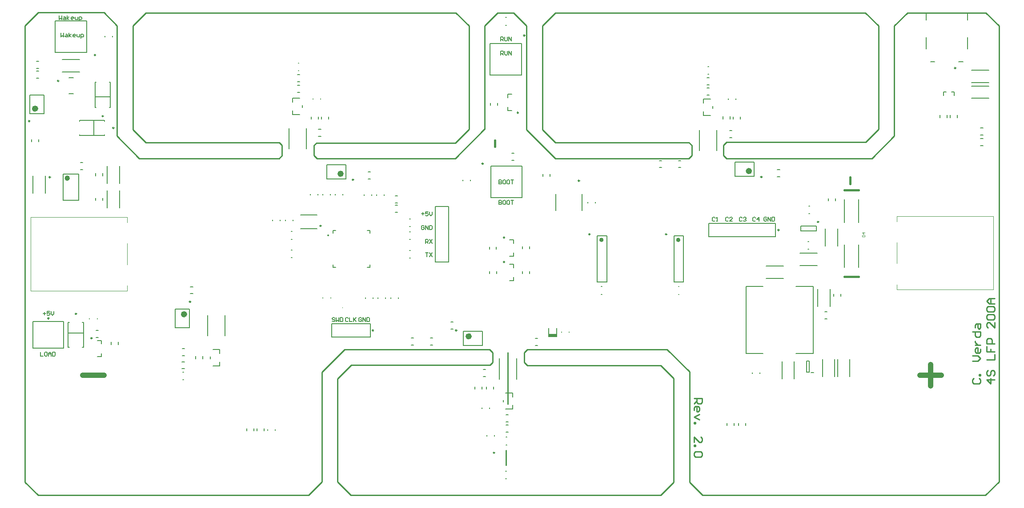
<source format=gto>
G04*
G04 #@! TF.GenerationSoftware,Altium Limited,Altium Designer,24.2.2 (26)*
G04*
G04 Layer_Color=65535*
%FSLAX25Y25*%
%MOIN*%
G70*
G04*
G04 #@! TF.SameCoordinates,E85AF581-5EDA-4222-B011-A7CF2EBE2122*
G04*
G04*
G04 #@! TF.FilePolarity,Positive*
G04*
G01*
G75*
%ADD10C,0.00984*%
%ADD11C,0.01575*%
%ADD12C,0.02362*%
%ADD13C,0.00394*%
%ADD14C,0.00787*%
%ADD15C,0.01968*%
%ADD16C,0.00500*%
%ADD17C,0.01000*%
%ADD18C,0.04000*%
%ADD19R,0.05906X0.02165*%
%ADD20C,0.00197*%
D10*
X975984Y586899D02*
G03*
X975984Y586899I-492J0D01*
G01*
Y568559D02*
G03*
X975984Y568559I-492J0D01*
G01*
X1211421Y598695D02*
G03*
X1211421Y598695I-492J0D01*
G01*
X1181786Y592560D02*
G03*
X1181786Y592560I-492J0D01*
G01*
X1039995Y589360D02*
G03*
X1039995Y589360I-492J0D01*
G01*
X940116Y517224D02*
G03*
X940116Y517224I-492J0D01*
G01*
X968437Y425444D02*
G03*
X968437Y425444I-492J0D01*
G01*
X877721Y517224D02*
G03*
X877721Y517224I-492J0D01*
G01*
X655041Y529676D02*
G03*
X655041Y529676I-492J0D01*
G01*
X634392Y526291D02*
G03*
X634392Y526291I-492J0D01*
G01*
X669306Y723920D02*
G03*
X669306Y723920I-492J0D01*
G01*
X1032092Y629566D02*
G03*
X1032092Y629566I-492J0D01*
G01*
X838399Y595747D02*
G03*
X838399Y595747I-492J0D01*
G01*
X740584Y538676D02*
G03*
X740584Y538676I-492J0D01*
G01*
X1314211Y714173D02*
G03*
X1314211Y714173I-492J0D01*
G01*
X1168892Y632334D02*
G03*
X1168892Y632334I-492J0D01*
G01*
X1097526Y589315D02*
G03*
X1097526Y589315I-492J0D01*
G01*
X959918Y642365D02*
G03*
X959918Y642365I-492J0D01*
G01*
X986250Y680586D02*
G03*
X986250Y680586I-492J0D01*
G01*
X991172Y738613D02*
G03*
X991172Y738613I-492J0D01*
G01*
X862776Y630309D02*
G03*
X862776Y630309I-492J0D01*
G01*
X635447Y632200D02*
G03*
X635447Y632200I-492J0D01*
G01*
X683099Y669200D02*
G03*
X683099Y669200I-492J0D01*
G01*
X675126Y678090D02*
G03*
X675126Y678090I-492J0D01*
G01*
X641747Y704513D02*
G03*
X641747Y704513I-492J0D01*
G01*
X619963Y674322D02*
G03*
X619963Y674322I-492J0D01*
G01*
X666702Y511397D02*
G03*
X666702Y511397I-492J0D01*
G01*
D11*
X1049345Y585187D02*
G03*
X1049345Y585187I-787J0D01*
G01*
X1106876Y585141D02*
G03*
X1106876Y585141I-787J0D01*
G01*
X1234860Y627139D02*
Y632061D01*
X1230536Y622480D02*
X1241264D01*
X1230536Y557450D02*
X1241264D01*
X968691Y655061D02*
Y659982D01*
D12*
X950155Y512736D02*
G03*
X950155Y512736I-1181J0D01*
G01*
X736784Y529326D02*
G03*
X736784Y529326I-1181J0D01*
G01*
X1160231Y636822D02*
G03*
X1160231Y636822I-1181J0D01*
G01*
X854115Y634798D02*
G03*
X854115Y634798I-1181J0D01*
G01*
X625140Y683672D02*
G03*
X625140Y683672I-1181J0D01*
G01*
D13*
X854484Y534350D02*
G03*
X854484Y533956I0J-197D01*
G01*
D02*
G03*
X854484Y534350I0J197D01*
G01*
X1270014Y567460D02*
Y583208D01*
Y547775D02*
Y551712D01*
Y547775D02*
X1342455D01*
Y602893D01*
X1270014D02*
X1342455D01*
X1270014Y598956D02*
Y602893D01*
X692975Y546986D02*
Y550923D01*
X620534Y546986D02*
X692975D01*
X620534D02*
Y602104D01*
X692975D01*
Y598167D02*
Y602104D01*
Y566671D02*
Y582419D01*
D14*
X844028Y588512D02*
G03*
X844028Y588512I-394J0D01*
G01*
X994725Y578533D02*
Y580305D01*
X989410Y578533D02*
Y580305D01*
X979772Y585128D02*
X982776D01*
Y582569D02*
Y585128D01*
X979772Y572923D02*
X982776D01*
Y575482D01*
X964494Y578139D02*
Y579911D01*
X969809Y578139D02*
Y579911D01*
X979772Y566788D02*
X982776D01*
Y564228D02*
Y566788D01*
X979772Y554583D02*
X982776D01*
Y557142D01*
X964536Y559799D02*
Y561571D01*
X969850Y559799D02*
Y561571D01*
X989410Y559799D02*
Y561571D01*
X994725Y559799D02*
Y561571D01*
X1312869Y693602D02*
Y696062D01*
X1310900D02*
X1312869D01*
X1304994Y693602D02*
Y696062D01*
X1306963D01*
X1127701Y701543D02*
X1129472D01*
X1127701Y706857D02*
X1129472D01*
X1143565Y690507D02*
Y691098D01*
X1149274Y690507D02*
Y691098D01*
X1152557Y675814D02*
Y677586D01*
X1147243Y675814D02*
Y677586D01*
X1139620Y675980D02*
Y677751D01*
X1144935Y675980D02*
Y677751D01*
X1106152Y644708D02*
X1107924D01*
X1106152Y639393D02*
X1107924D01*
X1092014Y644708D02*
X1093786D01*
X1092014Y639393D02*
X1093786D01*
X1230536Y598218D02*
Y615442D01*
X1241264Y598218D02*
Y615442D01*
Y564488D02*
Y581712D01*
X1230536Y564488D02*
Y581712D01*
X1203913Y604741D02*
X1204504D01*
X1203913Y610450D02*
X1204504D01*
X1197936Y591904D02*
X1209747D01*
X1197936Y595447D02*
X1209747D01*
X1197936Y591904D02*
Y595447D01*
X1209747Y591904D02*
Y595447D01*
X1203469Y578232D02*
X1204060D01*
X1203469Y583941D02*
X1204060D01*
X1197256Y565794D02*
X1210273D01*
X1197256Y575070D02*
X1210273D01*
X1142538Y445814D02*
Y447586D01*
X1147853Y445814D02*
Y447586D01*
X1156557Y445814D02*
Y447586D01*
X1151243Y445814D02*
Y447586D01*
X1161707Y484898D02*
Y485488D01*
X1167416Y484898D02*
Y485488D01*
X1156818Y499959D02*
Y550353D01*
X1207211Y499959D02*
Y550353D01*
X1156818Y499959D02*
X1169810D01*
X1156818Y550353D02*
X1169810D01*
X1194219Y499959D02*
X1207211D01*
X1194219Y550353D02*
X1207211D01*
X1128932Y587560D02*
X1178932D01*
X1128932D02*
Y597560D01*
X1178932D01*
Y587560D02*
Y597560D01*
X1038223Y612887D02*
Y613478D01*
X1043931Y612887D02*
Y613478D01*
X1045408Y553691D02*
X1052495D01*
X1045408Y588337D02*
X1052495D01*
Y553691D02*
Y588337D01*
X1045408Y553691D02*
Y588337D01*
X1106187Y550054D02*
X1106778D01*
X1106187Y544346D02*
X1106778D01*
X1048463Y550054D02*
X1049054D01*
X1048463Y544346D02*
X1049054D01*
X920330Y506307D02*
X922102D01*
X920330Y511622D02*
X922102D01*
X905830D02*
X907602D01*
X905830Y506307D02*
X907602D01*
X945037Y506043D02*
X959210D01*
X945037Y516673D02*
X959210D01*
Y506043D02*
Y516673D01*
X945037Y506043D02*
Y516673D01*
X1014853Y512550D02*
Y518850D01*
X1008947Y512550D02*
Y518850D01*
Y512550D02*
X1014853D01*
X1024254Y515776D02*
Y516367D01*
X1018546Y515776D02*
Y516367D01*
X971887Y480700D02*
Y496054D01*
X984887Y480700D02*
Y496054D01*
X964640Y458549D02*
Y459139D01*
X958932Y458549D02*
Y459139D01*
X959058Y473180D02*
Y474952D01*
X953743Y473180D02*
Y474952D01*
X977316Y415897D02*
Y427314D01*
X976906Y415897D02*
X977316D01*
X976906D02*
Y427314D01*
X977316D01*
X976731Y411705D02*
X977322D01*
X976731Y405997D02*
X977322D01*
X896219Y541142D02*
Y541732D01*
X890510Y541142D02*
Y541732D01*
X877313Y541142D02*
Y541732D01*
X871604Y541142D02*
Y541732D01*
X846436Y512219D02*
X875345D01*
X846436D02*
Y522228D01*
X875345D01*
Y512219D02*
Y522228D01*
X839808Y541437D02*
Y542027D01*
X845516Y541437D02*
Y542027D01*
X807706Y599586D02*
Y600176D01*
X801997Y599586D02*
Y600176D01*
X893830Y611058D02*
X895602D01*
X893830Y605743D02*
X895602D01*
X904747Y591366D02*
X905338D01*
X904747Y585657D02*
X905338D01*
X904747Y600964D02*
X905338D01*
X904747Y595255D02*
X905338D01*
X893946Y612845D02*
X895718D01*
X893946Y618160D02*
X895718D01*
X876265Y618553D02*
Y619144D01*
X870557Y618553D02*
Y619144D01*
X848898Y618849D02*
Y619439D01*
X854607Y618849D02*
Y619439D01*
X844075Y675815D02*
Y677586D01*
X838760Y675815D02*
Y677586D01*
X734763Y480046D02*
X735354D01*
X734763Y485754D02*
X735354D01*
X669603Y517306D02*
X671375D01*
X669603Y511991D02*
X671375D01*
X680872Y506629D02*
Y508401D01*
X686187Y506629D02*
Y508401D01*
X648741Y504381D02*
Y523082D01*
X659470D02*
X660356D01*
X648741D02*
X649627D01*
X660356Y504381D02*
Y523082D01*
X659470Y504381D02*
X660356D01*
X648741D02*
X649627D01*
X649037Y515109D02*
X660060D01*
X622483Y523732D02*
X645317D01*
Y503731D02*
Y523732D01*
X622483Y503731D02*
Y523732D01*
Y503731D02*
X645317D01*
X676354Y737618D02*
Y738209D01*
X682063Y737618D02*
Y738209D01*
X639089Y725889D02*
X662711D01*
X639089Y749511D02*
X662711D01*
X639089Y725889D02*
Y749511D01*
X662711Y725889D02*
Y749511D01*
X1014258Y607322D02*
Y619527D01*
X1033943Y607322D02*
Y619527D01*
X1225647Y580667D02*
Y593683D01*
X1216371Y580667D02*
Y593683D01*
X798346Y442363D02*
Y442954D01*
X804054Y442363D02*
Y442954D01*
X821220Y717754D02*
X821811D01*
X821220Y712046D02*
X821811D01*
X962532Y438039D02*
Y438629D01*
X968240Y438039D02*
Y438629D01*
X1128291Y715254D02*
X1128882D01*
X1128291Y709546D02*
X1128882D01*
X950454Y629563D02*
Y630154D01*
X944746Y629563D02*
Y630154D01*
X837875Y690789D02*
Y691379D01*
X832166Y690789D02*
Y691379D01*
X976697Y746355D02*
X977287D01*
X976697Y752064D02*
X977287D01*
X1205714Y485587D02*
X1207584D01*
X1204336Y485981D02*
Y494248D01*
X1202368D02*
X1204336D01*
X1202368Y485981D02*
Y494248D01*
Y485981D02*
X1204336D01*
X923889Y568590D02*
Y610086D01*
Y568590D02*
X933889D01*
Y610086D01*
X923889D02*
X933889D01*
X816075Y585699D02*
X816666D01*
X816075Y591408D02*
X816666D01*
X811548Y599586D02*
Y600176D01*
X817256Y599586D02*
Y600176D01*
X823143Y593582D02*
X835348D01*
X823143Y603818D02*
X835348D01*
X816128Y571886D02*
X816719D01*
X816128Y577595D02*
X816719D01*
X830197Y618849D02*
Y619439D01*
X835906Y618849D02*
Y619439D01*
X839766Y618847D02*
Y619438D01*
X845475Y618847D02*
Y619438D01*
X880026Y618552D02*
Y619142D01*
X885734Y618552D02*
Y619142D01*
X904747Y577193D02*
X905338D01*
X904747Y571484D02*
X905338D01*
X886719Y541142D02*
Y541732D01*
X881011Y541142D02*
Y541732D01*
X755357Y496043D02*
Y497421D01*
X757227Y490629D02*
X762443D01*
Y499783D02*
Y502834D01*
Y490629D02*
Y493680D01*
X757227Y502834D02*
X762443D01*
X734225Y498132D02*
X735997D01*
X734225Y503447D02*
X735997D01*
X728910Y533263D02*
X739540D01*
X728910Y519090D02*
X739540D01*
Y533263D01*
X728910Y519090D02*
Y533263D01*
X740419Y550043D02*
X742191D01*
X740419Y544728D02*
X742191D01*
X753400Y513066D02*
Y528420D01*
X766400Y513066D02*
Y528420D01*
X749557Y496043D02*
Y497814D01*
X744243Y496043D02*
Y497814D01*
X734120Y488391D02*
X735892D01*
X734120Y493706D02*
X735892D01*
X626557Y658814D02*
Y660586D01*
X621243Y658814D02*
Y660586D01*
X1322833Y728641D02*
Y737302D01*
Y750098D02*
Y755688D01*
X1292006D02*
X1322833D01*
X1292006Y728641D02*
Y737302D01*
Y750098D02*
Y755688D01*
X1295353Y718956D02*
X1298463D01*
X1316376D02*
X1319526D01*
X1193113Y481000D02*
Y494017D01*
X1183837Y481000D02*
Y494017D01*
X1171861Y556362D02*
X1184878D01*
X1171861Y565638D02*
X1184878D01*
X1219908Y535293D02*
Y548309D01*
X1210632Y535293D02*
Y548309D01*
X1215989Y531210D02*
X1217761D01*
X1215989Y525895D02*
X1217761D01*
X1222694Y542884D02*
Y544655D01*
X1228009Y542884D02*
Y544655D01*
X1234772Y482622D02*
Y495638D01*
X1225496Y482622D02*
Y495638D01*
X1223482Y482622D02*
Y495638D01*
X1214205Y482622D02*
Y495638D01*
X1302337Y676948D02*
Y678720D01*
X1307652Y676948D02*
Y678720D01*
X1310014Y676948D02*
Y678720D01*
X1315329Y676948D02*
Y678720D01*
X1223962Y614409D02*
Y616180D01*
X1218647Y614409D02*
Y616180D01*
X1332762Y655767D02*
X1334534D01*
X1332762Y661082D02*
X1334534D01*
X1332762Y669357D02*
X1334534D01*
X1332762Y664043D02*
X1334534D01*
X1326057Y691424D02*
X1339074D01*
X1326057Y700700D02*
X1339074D01*
X1326057Y703156D02*
X1339074D01*
X1326057Y712432D02*
X1339074D01*
X1148813Y643515D02*
X1162987D01*
X1148813Y632885D02*
X1162987D01*
X1148813D02*
Y643515D01*
X1162987Y632885D02*
Y643515D01*
X1144648Y662043D02*
X1146420D01*
X1144648Y667357D02*
X1146420D01*
X1125043Y678598D02*
X1130260D01*
X1125043Y687751D02*
Y690802D01*
Y678598D02*
Y681649D01*
Y690802D02*
X1130260D01*
X1132130Y684011D02*
Y685389D01*
X1127701Y694043D02*
X1129472D01*
X1127701Y699358D02*
X1129472D01*
X1122087Y652345D02*
Y667699D01*
X1135087Y652345D02*
Y667699D01*
X664806Y525739D02*
Y526330D01*
X670514Y525739D02*
Y526330D01*
X1102939Y553645D02*
X1110026D01*
X1102939Y588291D02*
X1110026D01*
Y553645D02*
Y588291D01*
X1102939Y553645D02*
Y588291D01*
X1009932Y632897D02*
Y634668D01*
X1004617Y632897D02*
Y634668D01*
X965528Y616775D02*
Y640397D01*
X989150Y616775D02*
Y640397D01*
X965528Y616775D02*
X989150D01*
X965528Y640397D02*
X989150D01*
X978475Y682358D02*
X981479D01*
X978475D02*
Y684917D01*
Y694562D02*
X981479D01*
X978475Y692003D02*
Y694562D01*
X970699Y686208D02*
Y687979D01*
X965384Y686208D02*
Y687979D01*
X965089Y732511D02*
X988711D01*
X965089Y708889D02*
X988711D01*
X965089D02*
Y732511D01*
X988711Y708889D02*
Y732511D01*
X935514Y523523D02*
X937286D01*
X935514Y518208D02*
X937286D01*
X960014Y487857D02*
X961786D01*
X960014Y482543D02*
X961786D01*
X836398Y663043D02*
X838170D01*
X836398Y668358D02*
X838170D01*
X962335Y473180D02*
Y474952D01*
X967650Y473180D02*
Y474952D01*
X976711Y470302D02*
X981928D01*
Y458098D02*
Y461149D01*
Y467251D02*
Y470302D01*
X976711Y458098D02*
X981928D01*
X974841Y463511D02*
Y464889D01*
X817086Y679275D02*
X822302D01*
X817086Y688428D02*
Y691480D01*
Y679275D02*
Y682326D01*
Y691480D02*
X822302D01*
X824172Y684688D02*
Y686066D01*
X999014Y506043D02*
X1000786D01*
X999014Y511357D02*
X1000786D01*
X814326Y653689D02*
Y669043D01*
X827326Y653689D02*
Y669043D01*
X977026Y431346D02*
X977617D01*
X977026Y437054D02*
X977617D01*
X976828Y453858D02*
X978599D01*
X976828Y448543D02*
X978599D01*
X976828Y440763D02*
X978599D01*
X976828Y446078D02*
X978599D01*
X836300Y675815D02*
Y677586D01*
X830985Y675815D02*
Y677586D01*
X873608Y630913D02*
X875379D01*
X873608Y636228D02*
X875379D01*
X842697Y641491D02*
X856871D01*
X842697Y630861D02*
X856871D01*
X842697D02*
Y641491D01*
X856871Y630861D02*
Y641491D01*
X820712Y696043D02*
X822483D01*
X820712Y701358D02*
X822483D01*
X820712Y709137D02*
X822483D01*
X820712Y703822D02*
X822483D01*
X795557Y441814D02*
Y443586D01*
X790243Y441814D02*
Y443586D01*
X782743Y441814D02*
Y443586D01*
X788058Y441814D02*
Y443586D01*
X631538Y620334D02*
Y633350D01*
X622262Y620334D02*
Y633350D01*
X657849Y637835D02*
X659621D01*
X657849Y643150D02*
X659621D01*
X644994Y634543D02*
X656806D01*
Y614857D02*
Y634543D01*
X644994Y614857D02*
X656806D01*
X644994D02*
Y634543D01*
X669201Y633308D02*
Y635079D01*
X674516Y633308D02*
Y635079D01*
X669243Y614814D02*
Y616586D01*
X674557Y614814D02*
Y616586D01*
X678062Y609192D02*
Y622208D01*
X687338Y609192D02*
Y622208D01*
X678104Y627685D02*
Y640702D01*
X687380Y627685D02*
Y640702D01*
X657311Y675007D02*
X676012D01*
Y663393D02*
Y664279D01*
Y674121D02*
Y675007D01*
X657311Y663393D02*
X676012D01*
X657311D02*
Y664279D01*
Y674121D02*
Y675007D01*
X668040Y663688D02*
Y674712D01*
X680441Y684685D02*
Y703385D01*
X668827Y684685D02*
X669713D01*
X679556D02*
X680441D01*
X668827D02*
Y703385D01*
X669713D01*
X679556D02*
X680441D01*
X669122Y692657D02*
X680146D01*
X649227Y706777D02*
X652573D01*
X649227Y694769D02*
X652573D01*
X624983Y719357D02*
X626754D01*
X624983Y714043D02*
X626754D01*
X624983Y711735D02*
X626754D01*
X624983Y706420D02*
X626754D01*
X630652Y679735D02*
Y693909D01*
X620022Y679735D02*
Y693909D01*
X630652D01*
X620022Y679735D02*
X630652D01*
X644392Y711352D02*
X657408D01*
X644392Y720629D02*
X657408D01*
X1180412Y637857D02*
X1182184D01*
X1180412Y632543D02*
X1182184D01*
X673493Y497421D02*
Y499980D01*
X670489Y497421D02*
X673493D01*
Y507066D02*
Y509625D01*
X670489D02*
X673493D01*
X981290Y650179D02*
X983062D01*
X981290Y644864D02*
X983062D01*
D15*
X649030Y631491D02*
G03*
X649030Y631491I-984J0D01*
G01*
D16*
X873142Y564496D02*
X875032D01*
X873142Y592055D02*
X875032D01*
X847473Y564496D02*
X849363D01*
X847473Y592055D02*
X849363D01*
X875032Y564496D02*
Y566386D01*
Y590165D02*
Y592055D01*
X847473Y564496D02*
Y566386D01*
Y590165D02*
Y592055D01*
X858701Y526309D02*
X858201Y526809D01*
X857201D01*
X856701Y526309D01*
Y524309D01*
X857201Y523810D01*
X858201D01*
X858701Y524309D01*
X859700Y526809D02*
Y523810D01*
X861700D01*
X862700Y526809D02*
Y523810D01*
Y524809D01*
X864699Y526809D01*
X863199Y525309D01*
X864699Y523810D01*
X868756Y526309D02*
X868257Y526809D01*
X867257D01*
X866757Y526309D01*
Y524309D01*
X867257Y523810D01*
X868257D01*
X868756Y524309D01*
Y525309D01*
X867757D01*
X869756Y523810D02*
Y526809D01*
X871756Y523810D01*
Y526809D01*
X872755D02*
Y523810D01*
X874255D01*
X874755Y524309D01*
Y526309D01*
X874255Y526809D01*
X872755D01*
X848707Y526309D02*
X848207Y526809D01*
X847208D01*
X846708Y526309D01*
Y525809D01*
X847208Y525309D01*
X848207D01*
X848707Y524809D01*
Y524309D01*
X848207Y523810D01*
X847208D01*
X846708Y524309D01*
X849707Y526809D02*
Y523810D01*
X850707Y524809D01*
X851706Y523810D01*
Y526809D01*
X852706D02*
Y523810D01*
X854205D01*
X854705Y524309D01*
Y526309D01*
X854205Y526809D01*
X852706D01*
X971703Y614783D02*
Y611784D01*
X973203D01*
X973702Y612284D01*
Y612783D01*
X973203Y613283D01*
X971703D01*
X973203D01*
X973702Y613783D01*
Y614283D01*
X973203Y614783D01*
X971703D01*
X976202D02*
X975202D01*
X974702Y614283D01*
Y612284D01*
X975202Y611784D01*
X976202D01*
X976701Y612284D01*
Y614283D01*
X976202Y614783D01*
X979201D02*
X978201D01*
X977701Y614283D01*
Y612284D01*
X978201Y611784D01*
X979201D01*
X979700Y612284D01*
Y614283D01*
X979201Y614783D01*
X980700D02*
X982699D01*
X981700D01*
Y611784D01*
X972908Y734462D02*
Y737461D01*
X974407D01*
X974907Y736961D01*
Y735961D01*
X974407Y735462D01*
X972908D01*
X973908D02*
X974907Y734462D01*
X975907Y737461D02*
Y734962D01*
X976407Y734462D01*
X977407D01*
X977906Y734962D01*
Y737461D01*
X978906Y734462D02*
Y737461D01*
X980905Y734462D01*
Y737461D01*
X641941Y753527D02*
Y750528D01*
X642941Y751527D01*
X643940Y750528D01*
Y753527D01*
X645440Y752527D02*
X646440D01*
X646939Y752027D01*
Y750528D01*
X645440D01*
X644940Y751027D01*
X645440Y751527D01*
X646939D01*
X647939Y750528D02*
Y753527D01*
Y751527D02*
X649438Y752527D01*
X647939Y751527D02*
X649438Y750528D01*
X652437D02*
X651438D01*
X650938Y751027D01*
Y752027D01*
X651438Y752527D01*
X652437D01*
X652937Y752027D01*
Y751527D01*
X650938D01*
X653937Y752527D02*
Y751027D01*
X654437Y750528D01*
X655936D01*
Y752527D01*
X656936Y749528D02*
Y752527D01*
X658436D01*
X658935Y752027D01*
Y751027D01*
X658436Y750528D01*
X656936D01*
X1133711Y601585D02*
X1133211Y602085D01*
X1132212D01*
X1131712Y601585D01*
Y599585D01*
X1132212Y599086D01*
X1133211D01*
X1133711Y599585D01*
X1134711Y599086D02*
X1135711D01*
X1135211D01*
Y602085D01*
X1134711Y601585D01*
X628000Y500999D02*
Y498000D01*
X629999D01*
X632499Y500999D02*
X631499D01*
X630999Y500499D01*
Y498500D01*
X631499Y498000D01*
X632499D01*
X632998Y498500D01*
Y500499D01*
X632499Y500999D01*
X633998Y498000D02*
Y499999D01*
X634998Y500999D01*
X635997Y499999D01*
Y498000D01*
Y499500D01*
X633998D01*
X636997Y500999D02*
Y498000D01*
X638497D01*
X638997Y498500D01*
Y500499D01*
X638497Y500999D01*
X636997D01*
X629861Y530003D02*
X631860D01*
X630860Y531002D02*
Y529003D01*
X634859Y531502D02*
X632860D01*
Y530003D01*
X633859Y530503D01*
X634359D01*
X634859Y530003D01*
Y529003D01*
X634359Y528503D01*
X633360D01*
X632860Y529003D01*
X635859Y531502D02*
Y529503D01*
X636858Y528503D01*
X637858Y529503D01*
Y531502D01*
X916514Y575700D02*
X918513D01*
X917514D01*
Y572701D01*
X919513Y575700D02*
X921512Y572701D01*
Y575700D02*
X919513Y572701D01*
X916514Y582638D02*
Y585637D01*
X918014D01*
X918513Y585137D01*
Y584138D01*
X918014Y583638D01*
X916514D01*
X917514D02*
X918513Y582638D01*
X919513Y585637D02*
X921512Y582638D01*
Y585637D02*
X919513Y582638D01*
X915514Y595452D02*
X915015Y595952D01*
X914015D01*
X913515Y595452D01*
Y593453D01*
X914015Y592953D01*
X915015D01*
X915514Y593453D01*
Y594452D01*
X914515D01*
X916514Y592953D02*
Y595952D01*
X918513Y592953D01*
Y595952D01*
X919513D02*
Y592953D01*
X921013D01*
X921512Y593453D01*
Y595452D01*
X921013Y595952D01*
X919513D01*
X913515Y604774D02*
X915514D01*
X914515Y605774D02*
Y603775D01*
X918513Y606274D02*
X916514D01*
Y604774D01*
X917514Y605274D01*
X918014D01*
X918513Y604774D01*
Y603775D01*
X918014Y603275D01*
X917014D01*
X916514Y603775D01*
X919513Y606274D02*
Y604275D01*
X920513Y603275D01*
X921512Y604275D01*
Y606274D01*
X971737Y630186D02*
Y627187D01*
X973236D01*
X973736Y627687D01*
Y628187D01*
X973236Y628687D01*
X971737D01*
X973236D01*
X973736Y629186D01*
Y629686D01*
X973236Y630186D01*
X971737D01*
X976235D02*
X975236D01*
X974736Y629686D01*
Y627687D01*
X975236Y627187D01*
X976235D01*
X976735Y627687D01*
Y629686D01*
X976235Y630186D01*
X979235D02*
X978235D01*
X977735Y629686D01*
Y627687D01*
X978235Y627187D01*
X979235D01*
X979734Y627687D01*
Y629686D01*
X979235Y630186D01*
X980734D02*
X982733D01*
X981734D01*
Y627187D01*
X973082Y724027D02*
Y727026D01*
X974582D01*
X975081Y726526D01*
Y725527D01*
X974582Y725027D01*
X973082D01*
X974082D02*
X975081Y724027D01*
X976081Y727026D02*
Y724527D01*
X976581Y724027D01*
X977581D01*
X978080Y724527D01*
Y727026D01*
X979080Y724027D02*
Y727026D01*
X981079Y724027D01*
Y727026D01*
X643442Y740444D02*
Y737444D01*
X644442Y738444D01*
X645442Y737444D01*
Y740444D01*
X646941Y739444D02*
X647941D01*
X648441Y738944D01*
Y737444D01*
X646941D01*
X646442Y737944D01*
X646941Y738444D01*
X648441D01*
X649440Y737444D02*
Y740444D01*
Y738444D02*
X650940Y739444D01*
X649440Y738444D02*
X650940Y737444D01*
X653939D02*
X652939D01*
X652439Y737944D01*
Y738944D01*
X652939Y739444D01*
X653939D01*
X654439Y738944D01*
Y738444D01*
X652439D01*
X655439Y739444D02*
Y737944D01*
X655938Y737444D01*
X657438D01*
Y739444D01*
X658438Y736445D02*
Y739444D01*
X659937D01*
X660437Y738944D01*
Y737944D01*
X659937Y737444D01*
X658438D01*
X1172328Y601793D02*
X1171828Y602292D01*
X1170828D01*
X1170328Y601793D01*
Y599793D01*
X1170828Y599293D01*
X1171828D01*
X1172328Y599793D01*
Y600793D01*
X1171328D01*
X1173327Y599293D02*
Y602292D01*
X1175327Y599293D01*
Y602292D01*
X1176326D02*
Y599293D01*
X1177826D01*
X1178326Y599793D01*
Y601793D01*
X1177826Y602292D01*
X1176326D01*
X1164108Y601585D02*
X1163608Y602085D01*
X1162609D01*
X1162109Y601585D01*
Y599585D01*
X1162609Y599086D01*
X1163608D01*
X1164108Y599585D01*
X1166607Y599086D02*
Y602085D01*
X1165108Y600585D01*
X1167107D01*
X1153897Y601585D02*
X1153397Y602085D01*
X1152397D01*
X1151897Y601585D01*
Y599585D01*
X1152397Y599086D01*
X1153397D01*
X1153897Y599585D01*
X1154896Y601585D02*
X1155396Y602085D01*
X1156396D01*
X1156896Y601585D01*
Y601085D01*
X1156396Y600585D01*
X1155896D01*
X1156396D01*
X1156896Y600085D01*
Y599585D01*
X1156396Y599086D01*
X1155396D01*
X1154896Y599585D01*
X1143711Y601585D02*
X1143211Y602085D01*
X1142212D01*
X1141712Y601585D01*
Y599585D01*
X1142212Y599086D01*
X1143211D01*
X1143711Y599585D01*
X1146710Y599086D02*
X1144711D01*
X1146710Y601085D01*
Y601585D01*
X1146210Y602085D01*
X1145211D01*
X1144711Y601585D01*
D17*
X835191Y646366D02*
X939022D01*
X992463Y668019D02*
X1014117Y646366D01*
X939022Y646366D02*
X960812Y668156D01*
X970809Y755636D02*
X982565D01*
X982621Y755692D02*
X992463Y745850D01*
X960967Y745794D02*
X970809Y755636D01*
X992463Y668019D02*
Y745850D01*
X960967Y668156D02*
Y745794D01*
X978387Y461816D02*
Y500556D01*
X1140020Y656060D02*
X1142384Y658424D01*
X829021Y393487D02*
X838920Y403386D01*
X616430Y403241D02*
X626183Y393487D01*
Y393487D02*
X829021Y393487D01*
X616430Y403241D02*
X616430Y745850D01*
X626297Y755717D01*
X675510D01*
X685376Y663127D02*
X685376Y663127D01*
X697480Y667727D02*
X707030Y658177D01*
X675510Y755717D02*
X685376Y745850D01*
Y663127D02*
Y745850D01*
X1097749Y502814D02*
X1114510Y486052D01*
Y403330D02*
Y486052D01*
X1124377Y393463D02*
X1169600D01*
X1114510Y403330D02*
X1124377Y393463D01*
X1169600D02*
X1336463Y393463D01*
X1346511Y403511D01*
X1092857Y393487D02*
X1102699Y403330D01*
X860629Y393487D02*
X1092857D01*
X1346511Y403511D02*
X1346511Y745794D01*
X1336613Y755692D02*
X1346511Y745794D01*
X1287400Y755692D02*
X1336613D01*
X1277952D02*
X1287400D01*
X1268054Y745794D02*
X1277952Y755692D01*
X1268054Y663264D02*
Y745794D01*
X1251156Y646366D02*
X1268054Y663264D01*
X1102699Y403330D02*
Y481160D01*
X990787Y500556D02*
X993045Y502814D01*
X1097749D01*
X964541Y502969D02*
X966954Y500556D01*
X850731Y481024D02*
X860865Y491158D01*
X990787Y493119D02*
Y500556D01*
X860865Y491158D02*
X964992D01*
X966954Y493119D01*
X990787D02*
X992903Y491003D01*
X1092857Y491003D02*
X1102699Y481160D01*
X992903Y491003D02*
X1092857Y491003D01*
X855973Y502969D02*
X964541D01*
X850731Y403386D02*
X860629Y393487D01*
X850731Y403386D02*
Y481024D01*
X966954Y493119D02*
Y500556D01*
X1246511Y658424D02*
X1256243Y668156D01*
X1004274Y668019D02*
Y745850D01*
X1113929Y646366D02*
X1116187Y648624D01*
X1014117Y646366D02*
X1113929Y646366D01*
X1140020Y648624D02*
X1142278Y646366D01*
X1004274Y745850D02*
X1014117Y755692D01*
X1116187Y648624D02*
Y656060D01*
X1142384Y658424D02*
X1246511D01*
X1114070Y658177D02*
X1116187Y656060D01*
X1004274Y668019D02*
X1014117Y658177D01*
X1114070Y658177D01*
X1142278Y646366D02*
X1251156D01*
X1246344Y755692D02*
X1256243Y745794D01*
X1014117Y755692D02*
X1246344Y755692D01*
X1256243Y668156D02*
Y745794D01*
X1140020Y648624D02*
Y656060D01*
X832933Y648624D02*
Y656060D01*
X949156Y668156D02*
Y745794D01*
X707030Y755692D02*
X939258Y755692D01*
X949156Y745794D01*
X707030Y658177D02*
X806983Y658177D01*
X809100Y656060D01*
X832933D02*
X834894Y658022D01*
X939022D01*
X809100Y648624D02*
Y656060D01*
X939022Y658022D02*
X949156Y668156D01*
X697187Y745850D02*
X707030Y755692D01*
X832933Y648624D02*
X835191Y646366D01*
X838920Y485916D02*
X855973Y502969D01*
X838920Y403386D02*
Y485916D01*
X685376Y663127D02*
X702138Y646366D01*
X806842D01*
X809100Y648624D01*
X697187Y668019D02*
Y745850D01*
X1117906Y466305D02*
X1123904D01*
Y463306D01*
X1122904Y462306D01*
X1120905D01*
X1119905Y463306D01*
Y466305D01*
Y464306D02*
X1117906Y462306D01*
Y457308D02*
Y459307D01*
X1118906Y460307D01*
X1120905D01*
X1121905Y459307D01*
Y457308D01*
X1120905Y456308D01*
X1119905D01*
Y460307D01*
X1121905Y454309D02*
X1117906Y452310D01*
X1121905Y450310D01*
X1117906Y448311D02*
X1118906D01*
Y447311D01*
X1117906D01*
Y448311D01*
Y433316D02*
Y437315D01*
X1121905Y433316D01*
X1122904D01*
X1123904Y434316D01*
Y436315D01*
X1122904Y437315D01*
X1117906Y431317D02*
X1118906D01*
Y430317D01*
X1117906D01*
Y431317D01*
X1122904Y426318D02*
X1123904Y425318D01*
Y423319D01*
X1122904Y422319D01*
X1118906D01*
X1117906Y423319D01*
Y425318D01*
X1118906Y426318D01*
X1122904D01*
X1343200Y480299D02*
X1337202D01*
X1340201Y477300D01*
Y481299D01*
X1338202Y487297D02*
X1337202Y486297D01*
Y484298D01*
X1338202Y483298D01*
X1339201D01*
X1340201Y484298D01*
Y486297D01*
X1341201Y487297D01*
X1342200D01*
X1343200Y486297D01*
Y484298D01*
X1342200Y483298D01*
X1337202Y495294D02*
X1343200D01*
Y499293D01*
X1337202Y505291D02*
Y501292D01*
X1340201D01*
Y503292D01*
Y501292D01*
X1343200D01*
Y507290D02*
X1337202D01*
Y510289D01*
X1338202Y511289D01*
X1340201D01*
X1341201Y510289D01*
Y507290D01*
X1343200Y523285D02*
Y519286D01*
X1339201Y523285D01*
X1338202D01*
X1337202Y522286D01*
Y520286D01*
X1338202Y519286D01*
Y525284D02*
X1337202Y526284D01*
Y528284D01*
X1338202Y529283D01*
X1342200D01*
X1343200Y528284D01*
Y526284D01*
X1342200Y525284D01*
X1338202D01*
Y531283D02*
X1337202Y532282D01*
Y534282D01*
X1338202Y535281D01*
X1342200D01*
X1343200Y534282D01*
Y532282D01*
X1342200Y531283D01*
X1338202D01*
X1343200Y537281D02*
X1339201D01*
X1337202Y539280D01*
X1339201Y541279D01*
X1343200D01*
X1340201D01*
Y537281D01*
X1327802Y481299D02*
X1326802Y480299D01*
Y478300D01*
X1327802Y477300D01*
X1331800D01*
X1332800Y478300D01*
Y480299D01*
X1331800Y481299D01*
X1332800Y483298D02*
X1331800D01*
Y484298D01*
X1332800D01*
Y483298D01*
X1326802Y494295D02*
X1330801D01*
X1332800Y496294D01*
X1330801Y498293D01*
X1326802D01*
X1332800Y503292D02*
Y501292D01*
X1331800Y500293D01*
X1329801D01*
X1328801Y501292D01*
Y503292D01*
X1329801Y504291D01*
X1330801D01*
Y500293D01*
X1328801Y506291D02*
X1332800D01*
X1330801D01*
X1329801Y507290D01*
X1328801Y508290D01*
Y509290D01*
X1326802Y516287D02*
X1332800D01*
Y513288D01*
X1331800Y512289D01*
X1329801D01*
X1328801Y513288D01*
Y516287D01*
Y519286D02*
Y521286D01*
X1329801Y522286D01*
X1332800D01*
Y519286D01*
X1331800Y518287D01*
X1330801Y519286D01*
Y522286D01*
D18*
X659590Y483700D02*
X675585D01*
X1287284Y483698D02*
X1303279D01*
X1295282Y491695D02*
Y475700D01*
D19*
X1011900Y513633D02*
D03*
D20*
X1243916Y587503D02*
X1245884D01*
Y588487D01*
X1245556Y588815D01*
X1244244D01*
X1243916Y588487D01*
Y587503D01*
X1245884Y590455D02*
X1243916D01*
X1244900Y589471D01*
Y590783D01*
M02*

</source>
